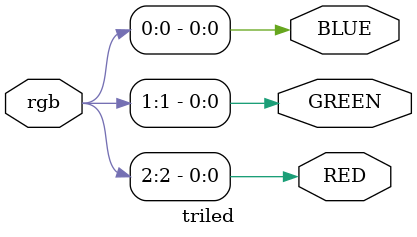
<source format=v>
module triled (RED,GREEN,BLUE
,rgb);
output RED;
output GREEN;
output BLUE;
input [2:0] rgb;
assign {RED, GREEN, BLUE}=rgb;
endmodule

</source>
